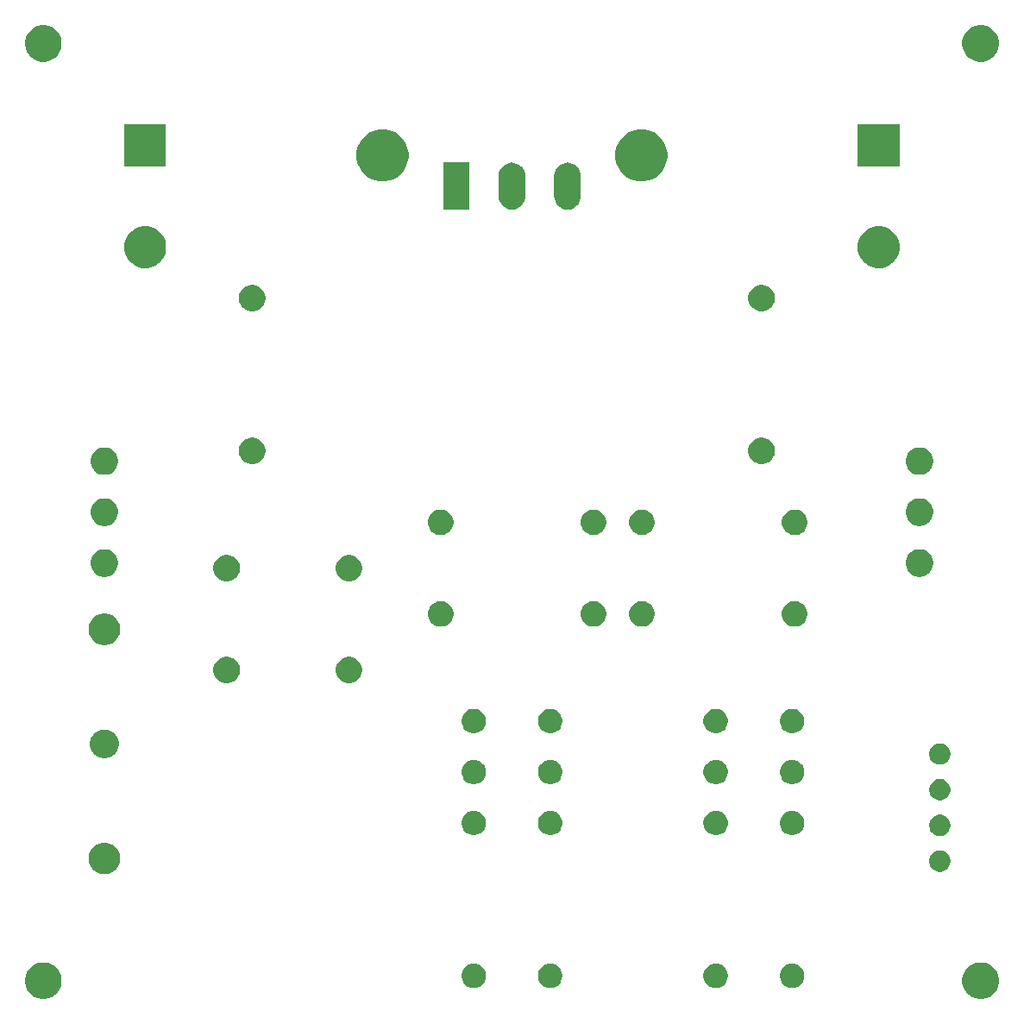
<source format=gbr>
G04 #@! TF.GenerationSoftware,KiCad,Pcbnew,5.0.2-bee76a0~70~ubuntu18.04.1*
G04 #@! TF.CreationDate,2019-01-25T00:46:31-08:00*
G04 #@! TF.ProjectId,power,706f7765-722e-46b6-9963-61645f706362,rev?*
G04 #@! TF.SameCoordinates,Original*
G04 #@! TF.FileFunction,Soldermask,Top*
G04 #@! TF.FilePolarity,Negative*
%FSLAX46Y46*%
G04 Gerber Fmt 4.6, Leading zero omitted, Abs format (unit mm)*
G04 Created by KiCad (PCBNEW 5.0.2-bee76a0~70~ubuntu18.04.1) date Fri 25 Jan 2019 12:46:31 AM PST*
%MOMM*%
%LPD*%
G01*
G04 APERTURE LIST*
%ADD10C,0.100000*%
G04 APERTURE END LIST*
D10*
G36*
X196525331Y-144268211D02*
X196853092Y-144403974D01*
X197148073Y-144601074D01*
X197398926Y-144851927D01*
X197596026Y-145146908D01*
X197731789Y-145474669D01*
X197801000Y-145822616D01*
X197801000Y-146177384D01*
X197731789Y-146525331D01*
X197596026Y-146853092D01*
X197398926Y-147148073D01*
X197148073Y-147398926D01*
X196853092Y-147596026D01*
X196525331Y-147731789D01*
X196177384Y-147801000D01*
X195822616Y-147801000D01*
X195474669Y-147731789D01*
X195146908Y-147596026D01*
X194851927Y-147398926D01*
X194601074Y-147148073D01*
X194403974Y-146853092D01*
X194268211Y-146525331D01*
X194199000Y-146177384D01*
X194199000Y-145822616D01*
X194268211Y-145474669D01*
X194403974Y-145146908D01*
X194601074Y-144851927D01*
X194851927Y-144601074D01*
X195146908Y-144403974D01*
X195474669Y-144268211D01*
X195822616Y-144199000D01*
X196177384Y-144199000D01*
X196525331Y-144268211D01*
X196525331Y-144268211D01*
G37*
G36*
X104525331Y-144268211D02*
X104853092Y-144403974D01*
X105148073Y-144601074D01*
X105398926Y-144851927D01*
X105596026Y-145146908D01*
X105731789Y-145474669D01*
X105801000Y-145822616D01*
X105801000Y-146177384D01*
X105731789Y-146525331D01*
X105596026Y-146853092D01*
X105398926Y-147148073D01*
X105148073Y-147398926D01*
X104853092Y-147596026D01*
X104525331Y-147731789D01*
X104177384Y-147801000D01*
X103822616Y-147801000D01*
X103474669Y-147731789D01*
X103146908Y-147596026D01*
X102851927Y-147398926D01*
X102601074Y-147148073D01*
X102403974Y-146853092D01*
X102268211Y-146525331D01*
X102199000Y-146177384D01*
X102199000Y-145822616D01*
X102268211Y-145474669D01*
X102403974Y-145146908D01*
X102601074Y-144851927D01*
X102851927Y-144601074D01*
X103146908Y-144403974D01*
X103474669Y-144268211D01*
X103822616Y-144199000D01*
X104177384Y-144199000D01*
X104525331Y-144268211D01*
X104525331Y-144268211D01*
G37*
G36*
X154100316Y-144345153D02*
X154100318Y-144345154D01*
X154100319Y-144345154D01*
X154181056Y-144378597D01*
X154318888Y-144435688D01*
X154417576Y-144501629D01*
X154515593Y-144567122D01*
X154682878Y-144734407D01*
X154748371Y-144832424D01*
X154814312Y-144931112D01*
X154904847Y-145149684D01*
X154951000Y-145381710D01*
X154951000Y-145618290D01*
X154904847Y-145850316D01*
X154814312Y-146068888D01*
X154748371Y-146167576D01*
X154682878Y-146265593D01*
X154515593Y-146432878D01*
X154417576Y-146498371D01*
X154318888Y-146564312D01*
X154181056Y-146621403D01*
X154100319Y-146654846D01*
X154100318Y-146654846D01*
X154100316Y-146654847D01*
X153868290Y-146701000D01*
X153631710Y-146701000D01*
X153399684Y-146654847D01*
X153399682Y-146654846D01*
X153399681Y-146654846D01*
X153318944Y-146621403D01*
X153181112Y-146564312D01*
X153082424Y-146498371D01*
X152984407Y-146432878D01*
X152817122Y-146265593D01*
X152751629Y-146167576D01*
X152685688Y-146068888D01*
X152595153Y-145850316D01*
X152549000Y-145618290D01*
X152549000Y-145381710D01*
X152595153Y-145149684D01*
X152685688Y-144931112D01*
X152751629Y-144832424D01*
X152817122Y-144734407D01*
X152984407Y-144567122D01*
X153082424Y-144501629D01*
X153181112Y-144435688D01*
X153318944Y-144378597D01*
X153399681Y-144345154D01*
X153399682Y-144345154D01*
X153399684Y-144345153D01*
X153631710Y-144299000D01*
X153868290Y-144299000D01*
X154100316Y-144345153D01*
X154100316Y-144345153D01*
G37*
G36*
X177850316Y-144345153D02*
X177850318Y-144345154D01*
X177850319Y-144345154D01*
X177931056Y-144378597D01*
X178068888Y-144435688D01*
X178167576Y-144501629D01*
X178265593Y-144567122D01*
X178432878Y-144734407D01*
X178498371Y-144832424D01*
X178564312Y-144931112D01*
X178654847Y-145149684D01*
X178701000Y-145381710D01*
X178701000Y-145618290D01*
X178654847Y-145850316D01*
X178564312Y-146068888D01*
X178498371Y-146167576D01*
X178432878Y-146265593D01*
X178265593Y-146432878D01*
X178167576Y-146498371D01*
X178068888Y-146564312D01*
X177931056Y-146621403D01*
X177850319Y-146654846D01*
X177850318Y-146654846D01*
X177850316Y-146654847D01*
X177618290Y-146701000D01*
X177381710Y-146701000D01*
X177149684Y-146654847D01*
X177149682Y-146654846D01*
X177149681Y-146654846D01*
X177068944Y-146621403D01*
X176931112Y-146564312D01*
X176832424Y-146498371D01*
X176734407Y-146432878D01*
X176567122Y-146265593D01*
X176501629Y-146167576D01*
X176435688Y-146068888D01*
X176345153Y-145850316D01*
X176299000Y-145618290D01*
X176299000Y-145381710D01*
X176345153Y-145149684D01*
X176435688Y-144931112D01*
X176501629Y-144832424D01*
X176567122Y-144734407D01*
X176734407Y-144567122D01*
X176832424Y-144501629D01*
X176931112Y-144435688D01*
X177068944Y-144378597D01*
X177149681Y-144345154D01*
X177149682Y-144345154D01*
X177149684Y-144345153D01*
X177381710Y-144299000D01*
X177618290Y-144299000D01*
X177850316Y-144345153D01*
X177850316Y-144345153D01*
G37*
G36*
X170350316Y-144345153D02*
X170350318Y-144345154D01*
X170350319Y-144345154D01*
X170431056Y-144378597D01*
X170568888Y-144435688D01*
X170667576Y-144501629D01*
X170765593Y-144567122D01*
X170932878Y-144734407D01*
X170998371Y-144832424D01*
X171064312Y-144931112D01*
X171154847Y-145149684D01*
X171201000Y-145381710D01*
X171201000Y-145618290D01*
X171154847Y-145850316D01*
X171064312Y-146068888D01*
X170998371Y-146167576D01*
X170932878Y-146265593D01*
X170765593Y-146432878D01*
X170667576Y-146498371D01*
X170568888Y-146564312D01*
X170431056Y-146621403D01*
X170350319Y-146654846D01*
X170350318Y-146654846D01*
X170350316Y-146654847D01*
X170118290Y-146701000D01*
X169881710Y-146701000D01*
X169649684Y-146654847D01*
X169649682Y-146654846D01*
X169649681Y-146654846D01*
X169568944Y-146621403D01*
X169431112Y-146564312D01*
X169332424Y-146498371D01*
X169234407Y-146432878D01*
X169067122Y-146265593D01*
X169001629Y-146167576D01*
X168935688Y-146068888D01*
X168845153Y-145850316D01*
X168799000Y-145618290D01*
X168799000Y-145381710D01*
X168845153Y-145149684D01*
X168935688Y-144931112D01*
X169001629Y-144832424D01*
X169067122Y-144734407D01*
X169234407Y-144567122D01*
X169332424Y-144501629D01*
X169431112Y-144435688D01*
X169568944Y-144378597D01*
X169649681Y-144345154D01*
X169649682Y-144345154D01*
X169649684Y-144345153D01*
X169881710Y-144299000D01*
X170118290Y-144299000D01*
X170350316Y-144345153D01*
X170350316Y-144345153D01*
G37*
G36*
X146600316Y-144345153D02*
X146600318Y-144345154D01*
X146600319Y-144345154D01*
X146681056Y-144378597D01*
X146818888Y-144435688D01*
X146917576Y-144501629D01*
X147015593Y-144567122D01*
X147182878Y-144734407D01*
X147248371Y-144832424D01*
X147314312Y-144931112D01*
X147404847Y-145149684D01*
X147451000Y-145381710D01*
X147451000Y-145618290D01*
X147404847Y-145850316D01*
X147314312Y-146068888D01*
X147248371Y-146167576D01*
X147182878Y-146265593D01*
X147015593Y-146432878D01*
X146917576Y-146498371D01*
X146818888Y-146564312D01*
X146681056Y-146621403D01*
X146600319Y-146654846D01*
X146600318Y-146654846D01*
X146600316Y-146654847D01*
X146368290Y-146701000D01*
X146131710Y-146701000D01*
X145899684Y-146654847D01*
X145899682Y-146654846D01*
X145899681Y-146654846D01*
X145818944Y-146621403D01*
X145681112Y-146564312D01*
X145582424Y-146498371D01*
X145484407Y-146432878D01*
X145317122Y-146265593D01*
X145251629Y-146167576D01*
X145185688Y-146068888D01*
X145095153Y-145850316D01*
X145049000Y-145618290D01*
X145049000Y-145381710D01*
X145095153Y-145149684D01*
X145185688Y-144931112D01*
X145251629Y-144832424D01*
X145317122Y-144734407D01*
X145484407Y-144567122D01*
X145582424Y-144501629D01*
X145681112Y-144435688D01*
X145818944Y-144378597D01*
X145899681Y-144345154D01*
X145899682Y-144345154D01*
X145899684Y-144345153D01*
X146131710Y-144299000D01*
X146368290Y-144299000D01*
X146600316Y-144345153D01*
X146600316Y-144345153D01*
G37*
G36*
X110352527Y-132488736D02*
X110452410Y-132508604D01*
X110734674Y-132625521D01*
X110988705Y-132795259D01*
X111204741Y-133011295D01*
X111374479Y-133265326D01*
X111491396Y-133547590D01*
X111497848Y-133580027D01*
X111532089Y-133752165D01*
X111551000Y-133847240D01*
X111551000Y-134152760D01*
X111491396Y-134452410D01*
X111374479Y-134734674D01*
X111204741Y-134988705D01*
X110988705Y-135204741D01*
X110734674Y-135374479D01*
X110452410Y-135491396D01*
X110352527Y-135511264D01*
X110152762Y-135551000D01*
X109847238Y-135551000D01*
X109647473Y-135511264D01*
X109547590Y-135491396D01*
X109265326Y-135374479D01*
X109011295Y-135204741D01*
X108795259Y-134988705D01*
X108625521Y-134734674D01*
X108508604Y-134452410D01*
X108449000Y-134152760D01*
X108449000Y-133847240D01*
X108467912Y-133752165D01*
X108502152Y-133580027D01*
X108508604Y-133547590D01*
X108625521Y-133265326D01*
X108795259Y-133011295D01*
X109011295Y-132795259D01*
X109265326Y-132625521D01*
X109547590Y-132508604D01*
X109647473Y-132488736D01*
X109847238Y-132449000D01*
X110152762Y-132449000D01*
X110352527Y-132488736D01*
X110352527Y-132488736D01*
G37*
G36*
X192306565Y-133239389D02*
X192497834Y-133318615D01*
X192669976Y-133433637D01*
X192816363Y-133580024D01*
X192931385Y-133752166D01*
X193010611Y-133943435D01*
X193051000Y-134146484D01*
X193051000Y-134353516D01*
X193010611Y-134556565D01*
X192931385Y-134747834D01*
X192816363Y-134919976D01*
X192669976Y-135066363D01*
X192497834Y-135181385D01*
X192306565Y-135260611D01*
X192103516Y-135301000D01*
X191896484Y-135301000D01*
X191693435Y-135260611D01*
X191502166Y-135181385D01*
X191330024Y-135066363D01*
X191183637Y-134919976D01*
X191068615Y-134747834D01*
X190989389Y-134556565D01*
X190949000Y-134353516D01*
X190949000Y-134146484D01*
X190989389Y-133943435D01*
X191068615Y-133752166D01*
X191183637Y-133580024D01*
X191330024Y-133433637D01*
X191502166Y-133318615D01*
X191693435Y-133239389D01*
X191896484Y-133199000D01*
X192103516Y-133199000D01*
X192306565Y-133239389D01*
X192306565Y-133239389D01*
G37*
G36*
X192306565Y-129739389D02*
X192497834Y-129818615D01*
X192669976Y-129933637D01*
X192816363Y-130080024D01*
X192931385Y-130252166D01*
X193010611Y-130443435D01*
X193051000Y-130646484D01*
X193051000Y-130853516D01*
X193010611Y-131056565D01*
X192931385Y-131247834D01*
X192816363Y-131419976D01*
X192669976Y-131566363D01*
X192497834Y-131681385D01*
X192306565Y-131760611D01*
X192103516Y-131801000D01*
X191896484Y-131801000D01*
X191693435Y-131760611D01*
X191502166Y-131681385D01*
X191330024Y-131566363D01*
X191183637Y-131419976D01*
X191068615Y-131247834D01*
X190989389Y-131056565D01*
X190949000Y-130853516D01*
X190949000Y-130646484D01*
X190989389Y-130443435D01*
X191068615Y-130252166D01*
X191183637Y-130080024D01*
X191330024Y-129933637D01*
X191502166Y-129818615D01*
X191693435Y-129739389D01*
X191896484Y-129699000D01*
X192103516Y-129699000D01*
X192306565Y-129739389D01*
X192306565Y-129739389D01*
G37*
G36*
X154100316Y-129345153D02*
X154100318Y-129345154D01*
X154100319Y-129345154D01*
X154181056Y-129378597D01*
X154318888Y-129435688D01*
X154417576Y-129501629D01*
X154515593Y-129567122D01*
X154682878Y-129734407D01*
X154739144Y-129818615D01*
X154814312Y-129931112D01*
X154904847Y-130149684D01*
X154951000Y-130381710D01*
X154951000Y-130618290D01*
X154945392Y-130646484D01*
X154904846Y-130850319D01*
X154903522Y-130853516D01*
X154814312Y-131068888D01*
X154748371Y-131167576D01*
X154682878Y-131265593D01*
X154515593Y-131432878D01*
X154417576Y-131498371D01*
X154318888Y-131564312D01*
X154181056Y-131621403D01*
X154100319Y-131654846D01*
X154100318Y-131654846D01*
X154100316Y-131654847D01*
X153868290Y-131701000D01*
X153631710Y-131701000D01*
X153399684Y-131654847D01*
X153399682Y-131654846D01*
X153399681Y-131654846D01*
X153318944Y-131621403D01*
X153181112Y-131564312D01*
X153082424Y-131498371D01*
X152984407Y-131432878D01*
X152817122Y-131265593D01*
X152751629Y-131167576D01*
X152685688Y-131068888D01*
X152596478Y-130853516D01*
X152595154Y-130850319D01*
X152554609Y-130646484D01*
X152549000Y-130618290D01*
X152549000Y-130381710D01*
X152595153Y-130149684D01*
X152685688Y-129931112D01*
X152760856Y-129818615D01*
X152817122Y-129734407D01*
X152984407Y-129567122D01*
X153082424Y-129501629D01*
X153181112Y-129435688D01*
X153318944Y-129378597D01*
X153399681Y-129345154D01*
X153399682Y-129345154D01*
X153399684Y-129345153D01*
X153631710Y-129299000D01*
X153868290Y-129299000D01*
X154100316Y-129345153D01*
X154100316Y-129345153D01*
G37*
G36*
X170350316Y-129345153D02*
X170350318Y-129345154D01*
X170350319Y-129345154D01*
X170431056Y-129378597D01*
X170568888Y-129435688D01*
X170667576Y-129501629D01*
X170765593Y-129567122D01*
X170932878Y-129734407D01*
X170989144Y-129818615D01*
X171064312Y-129931112D01*
X171154847Y-130149684D01*
X171201000Y-130381710D01*
X171201000Y-130618290D01*
X171195392Y-130646484D01*
X171154846Y-130850319D01*
X171153522Y-130853516D01*
X171064312Y-131068888D01*
X170998371Y-131167576D01*
X170932878Y-131265593D01*
X170765593Y-131432878D01*
X170667576Y-131498371D01*
X170568888Y-131564312D01*
X170431056Y-131621403D01*
X170350319Y-131654846D01*
X170350318Y-131654846D01*
X170350316Y-131654847D01*
X170118290Y-131701000D01*
X169881710Y-131701000D01*
X169649684Y-131654847D01*
X169649682Y-131654846D01*
X169649681Y-131654846D01*
X169568944Y-131621403D01*
X169431112Y-131564312D01*
X169332424Y-131498371D01*
X169234407Y-131432878D01*
X169067122Y-131265593D01*
X169001629Y-131167576D01*
X168935688Y-131068888D01*
X168846478Y-130853516D01*
X168845154Y-130850319D01*
X168804609Y-130646484D01*
X168799000Y-130618290D01*
X168799000Y-130381710D01*
X168845153Y-130149684D01*
X168935688Y-129931112D01*
X169010856Y-129818615D01*
X169067122Y-129734407D01*
X169234407Y-129567122D01*
X169332424Y-129501629D01*
X169431112Y-129435688D01*
X169568944Y-129378597D01*
X169649681Y-129345154D01*
X169649682Y-129345154D01*
X169649684Y-129345153D01*
X169881710Y-129299000D01*
X170118290Y-129299000D01*
X170350316Y-129345153D01*
X170350316Y-129345153D01*
G37*
G36*
X177850316Y-129345153D02*
X177850318Y-129345154D01*
X177850319Y-129345154D01*
X177931056Y-129378597D01*
X178068888Y-129435688D01*
X178167576Y-129501629D01*
X178265593Y-129567122D01*
X178432878Y-129734407D01*
X178489144Y-129818615D01*
X178564312Y-129931112D01*
X178654847Y-130149684D01*
X178701000Y-130381710D01*
X178701000Y-130618290D01*
X178695392Y-130646484D01*
X178654846Y-130850319D01*
X178653522Y-130853516D01*
X178564312Y-131068888D01*
X178498371Y-131167576D01*
X178432878Y-131265593D01*
X178265593Y-131432878D01*
X178167576Y-131498371D01*
X178068888Y-131564312D01*
X177931056Y-131621403D01*
X177850319Y-131654846D01*
X177850318Y-131654846D01*
X177850316Y-131654847D01*
X177618290Y-131701000D01*
X177381710Y-131701000D01*
X177149684Y-131654847D01*
X177149682Y-131654846D01*
X177149681Y-131654846D01*
X177068944Y-131621403D01*
X176931112Y-131564312D01*
X176832424Y-131498371D01*
X176734407Y-131432878D01*
X176567122Y-131265593D01*
X176501629Y-131167576D01*
X176435688Y-131068888D01*
X176346478Y-130853516D01*
X176345154Y-130850319D01*
X176304609Y-130646484D01*
X176299000Y-130618290D01*
X176299000Y-130381710D01*
X176345153Y-130149684D01*
X176435688Y-129931112D01*
X176510856Y-129818615D01*
X176567122Y-129734407D01*
X176734407Y-129567122D01*
X176832424Y-129501629D01*
X176931112Y-129435688D01*
X177068944Y-129378597D01*
X177149681Y-129345154D01*
X177149682Y-129345154D01*
X177149684Y-129345153D01*
X177381710Y-129299000D01*
X177618290Y-129299000D01*
X177850316Y-129345153D01*
X177850316Y-129345153D01*
G37*
G36*
X146600316Y-129345153D02*
X146600318Y-129345154D01*
X146600319Y-129345154D01*
X146681056Y-129378597D01*
X146818888Y-129435688D01*
X146917576Y-129501629D01*
X147015593Y-129567122D01*
X147182878Y-129734407D01*
X147239144Y-129818615D01*
X147314312Y-129931112D01*
X147404847Y-130149684D01*
X147451000Y-130381710D01*
X147451000Y-130618290D01*
X147445392Y-130646484D01*
X147404846Y-130850319D01*
X147403522Y-130853516D01*
X147314312Y-131068888D01*
X147248371Y-131167576D01*
X147182878Y-131265593D01*
X147015593Y-131432878D01*
X146917576Y-131498371D01*
X146818888Y-131564312D01*
X146681056Y-131621403D01*
X146600319Y-131654846D01*
X146600318Y-131654846D01*
X146600316Y-131654847D01*
X146368290Y-131701000D01*
X146131710Y-131701000D01*
X145899684Y-131654847D01*
X145899682Y-131654846D01*
X145899681Y-131654846D01*
X145818944Y-131621403D01*
X145681112Y-131564312D01*
X145582424Y-131498371D01*
X145484407Y-131432878D01*
X145317122Y-131265593D01*
X145251629Y-131167576D01*
X145185688Y-131068888D01*
X145096478Y-130853516D01*
X145095154Y-130850319D01*
X145054609Y-130646484D01*
X145049000Y-130618290D01*
X145049000Y-130381710D01*
X145095153Y-130149684D01*
X145185688Y-129931112D01*
X145260856Y-129818615D01*
X145317122Y-129734407D01*
X145484407Y-129567122D01*
X145582424Y-129501629D01*
X145681112Y-129435688D01*
X145818944Y-129378597D01*
X145899681Y-129345154D01*
X145899682Y-129345154D01*
X145899684Y-129345153D01*
X146131710Y-129299000D01*
X146368290Y-129299000D01*
X146600316Y-129345153D01*
X146600316Y-129345153D01*
G37*
G36*
X192306565Y-126239389D02*
X192497834Y-126318615D01*
X192669976Y-126433637D01*
X192816363Y-126580024D01*
X192931385Y-126752166D01*
X193010611Y-126943435D01*
X193051000Y-127146484D01*
X193051000Y-127353516D01*
X193010611Y-127556565D01*
X192931385Y-127747834D01*
X192816363Y-127919976D01*
X192669976Y-128066363D01*
X192497834Y-128181385D01*
X192306565Y-128260611D01*
X192103516Y-128301000D01*
X191896484Y-128301000D01*
X191693435Y-128260611D01*
X191502166Y-128181385D01*
X191330024Y-128066363D01*
X191183637Y-127919976D01*
X191068615Y-127747834D01*
X190989389Y-127556565D01*
X190949000Y-127353516D01*
X190949000Y-127146484D01*
X190989389Y-126943435D01*
X191068615Y-126752166D01*
X191183637Y-126580024D01*
X191330024Y-126433637D01*
X191502166Y-126318615D01*
X191693435Y-126239389D01*
X191896484Y-126199000D01*
X192103516Y-126199000D01*
X192306565Y-126239389D01*
X192306565Y-126239389D01*
G37*
G36*
X146600316Y-124345153D02*
X146600318Y-124345154D01*
X146600319Y-124345154D01*
X146681056Y-124378597D01*
X146818888Y-124435688D01*
X146917576Y-124501629D01*
X147015593Y-124567122D01*
X147182878Y-124734407D01*
X147227374Y-124801000D01*
X147314312Y-124931112D01*
X147404847Y-125149684D01*
X147451000Y-125381710D01*
X147451000Y-125618290D01*
X147404847Y-125850316D01*
X147314312Y-126068888D01*
X147248371Y-126167576D01*
X147182878Y-126265593D01*
X147015593Y-126432878D01*
X146917576Y-126498371D01*
X146818888Y-126564312D01*
X146780948Y-126580027D01*
X146600319Y-126654846D01*
X146600318Y-126654846D01*
X146600316Y-126654847D01*
X146368290Y-126701000D01*
X146131710Y-126701000D01*
X145899684Y-126654847D01*
X145899682Y-126654846D01*
X145899681Y-126654846D01*
X145719052Y-126580027D01*
X145681112Y-126564312D01*
X145582424Y-126498371D01*
X145484407Y-126432878D01*
X145317122Y-126265593D01*
X145251629Y-126167576D01*
X145185688Y-126068888D01*
X145095153Y-125850316D01*
X145049000Y-125618290D01*
X145049000Y-125381710D01*
X145095153Y-125149684D01*
X145185688Y-124931112D01*
X145272626Y-124801000D01*
X145317122Y-124734407D01*
X145484407Y-124567122D01*
X145582424Y-124501629D01*
X145681112Y-124435688D01*
X145818944Y-124378597D01*
X145899681Y-124345154D01*
X145899682Y-124345154D01*
X145899684Y-124345153D01*
X146131710Y-124299000D01*
X146368290Y-124299000D01*
X146600316Y-124345153D01*
X146600316Y-124345153D01*
G37*
G36*
X154100316Y-124345153D02*
X154100318Y-124345154D01*
X154100319Y-124345154D01*
X154181056Y-124378597D01*
X154318888Y-124435688D01*
X154417576Y-124501629D01*
X154515593Y-124567122D01*
X154682878Y-124734407D01*
X154727374Y-124801000D01*
X154814312Y-124931112D01*
X154904847Y-125149684D01*
X154951000Y-125381710D01*
X154951000Y-125618290D01*
X154904847Y-125850316D01*
X154814312Y-126068888D01*
X154748371Y-126167576D01*
X154682878Y-126265593D01*
X154515593Y-126432878D01*
X154417576Y-126498371D01*
X154318888Y-126564312D01*
X154280948Y-126580027D01*
X154100319Y-126654846D01*
X154100318Y-126654846D01*
X154100316Y-126654847D01*
X153868290Y-126701000D01*
X153631710Y-126701000D01*
X153399684Y-126654847D01*
X153399682Y-126654846D01*
X153399681Y-126654846D01*
X153219052Y-126580027D01*
X153181112Y-126564312D01*
X153082424Y-126498371D01*
X152984407Y-126432878D01*
X152817122Y-126265593D01*
X152751629Y-126167576D01*
X152685688Y-126068888D01*
X152595153Y-125850316D01*
X152549000Y-125618290D01*
X152549000Y-125381710D01*
X152595153Y-125149684D01*
X152685688Y-124931112D01*
X152772626Y-124801000D01*
X152817122Y-124734407D01*
X152984407Y-124567122D01*
X153082424Y-124501629D01*
X153181112Y-124435688D01*
X153318944Y-124378597D01*
X153399681Y-124345154D01*
X153399682Y-124345154D01*
X153399684Y-124345153D01*
X153631710Y-124299000D01*
X153868290Y-124299000D01*
X154100316Y-124345153D01*
X154100316Y-124345153D01*
G37*
G36*
X177850316Y-124345153D02*
X177850318Y-124345154D01*
X177850319Y-124345154D01*
X177931056Y-124378597D01*
X178068888Y-124435688D01*
X178167576Y-124501629D01*
X178265593Y-124567122D01*
X178432878Y-124734407D01*
X178477374Y-124801000D01*
X178564312Y-124931112D01*
X178654847Y-125149684D01*
X178701000Y-125381710D01*
X178701000Y-125618290D01*
X178654847Y-125850316D01*
X178564312Y-126068888D01*
X178498371Y-126167576D01*
X178432878Y-126265593D01*
X178265593Y-126432878D01*
X178167576Y-126498371D01*
X178068888Y-126564312D01*
X178030948Y-126580027D01*
X177850319Y-126654846D01*
X177850318Y-126654846D01*
X177850316Y-126654847D01*
X177618290Y-126701000D01*
X177381710Y-126701000D01*
X177149684Y-126654847D01*
X177149682Y-126654846D01*
X177149681Y-126654846D01*
X176969052Y-126580027D01*
X176931112Y-126564312D01*
X176832424Y-126498371D01*
X176734407Y-126432878D01*
X176567122Y-126265593D01*
X176501629Y-126167576D01*
X176435688Y-126068888D01*
X176345153Y-125850316D01*
X176299000Y-125618290D01*
X176299000Y-125381710D01*
X176345153Y-125149684D01*
X176435688Y-124931112D01*
X176522626Y-124801000D01*
X176567122Y-124734407D01*
X176734407Y-124567122D01*
X176832424Y-124501629D01*
X176931112Y-124435688D01*
X177068944Y-124378597D01*
X177149681Y-124345154D01*
X177149682Y-124345154D01*
X177149684Y-124345153D01*
X177381710Y-124299000D01*
X177618290Y-124299000D01*
X177850316Y-124345153D01*
X177850316Y-124345153D01*
G37*
G36*
X170350316Y-124345153D02*
X170350318Y-124345154D01*
X170350319Y-124345154D01*
X170431056Y-124378597D01*
X170568888Y-124435688D01*
X170667576Y-124501629D01*
X170765593Y-124567122D01*
X170932878Y-124734407D01*
X170977374Y-124801000D01*
X171064312Y-124931112D01*
X171154847Y-125149684D01*
X171201000Y-125381710D01*
X171201000Y-125618290D01*
X171154847Y-125850316D01*
X171064312Y-126068888D01*
X170998371Y-126167576D01*
X170932878Y-126265593D01*
X170765593Y-126432878D01*
X170667576Y-126498371D01*
X170568888Y-126564312D01*
X170530948Y-126580027D01*
X170350319Y-126654846D01*
X170350318Y-126654846D01*
X170350316Y-126654847D01*
X170118290Y-126701000D01*
X169881710Y-126701000D01*
X169649684Y-126654847D01*
X169649682Y-126654846D01*
X169649681Y-126654846D01*
X169469052Y-126580027D01*
X169431112Y-126564312D01*
X169332424Y-126498371D01*
X169234407Y-126432878D01*
X169067122Y-126265593D01*
X169001629Y-126167576D01*
X168935688Y-126068888D01*
X168845153Y-125850316D01*
X168799000Y-125618290D01*
X168799000Y-125381710D01*
X168845153Y-125149684D01*
X168935688Y-124931112D01*
X169022626Y-124801000D01*
X169067122Y-124734407D01*
X169234407Y-124567122D01*
X169332424Y-124501629D01*
X169431112Y-124435688D01*
X169568944Y-124378597D01*
X169649681Y-124345154D01*
X169649682Y-124345154D01*
X169649684Y-124345153D01*
X169881710Y-124299000D01*
X170118290Y-124299000D01*
X170350316Y-124345153D01*
X170350316Y-124345153D01*
G37*
G36*
X192306565Y-122739389D02*
X192497834Y-122818615D01*
X192669976Y-122933637D01*
X192816363Y-123080024D01*
X192931385Y-123252166D01*
X193010611Y-123443435D01*
X193051000Y-123646484D01*
X193051000Y-123853516D01*
X193010611Y-124056565D01*
X192931385Y-124247834D01*
X192816363Y-124419976D01*
X192669976Y-124566363D01*
X192497834Y-124681385D01*
X192306565Y-124760611D01*
X192103516Y-124801000D01*
X191896484Y-124801000D01*
X191693435Y-124760611D01*
X191502166Y-124681385D01*
X191330024Y-124566363D01*
X191183637Y-124419976D01*
X191068615Y-124247834D01*
X190989389Y-124056565D01*
X190949000Y-123853516D01*
X190949000Y-123646484D01*
X190989389Y-123443435D01*
X191068615Y-123252166D01*
X191183637Y-123080024D01*
X191330024Y-122933637D01*
X191502166Y-122818615D01*
X191693435Y-122739389D01*
X191896484Y-122699000D01*
X192103516Y-122699000D01*
X192306565Y-122739389D01*
X192306565Y-122739389D01*
G37*
G36*
X110318433Y-121384893D02*
X110408657Y-121402839D01*
X110481172Y-121432876D01*
X110663621Y-121508449D01*
X110893089Y-121661774D01*
X111088226Y-121856911D01*
X111241551Y-122086379D01*
X111347161Y-122341344D01*
X111401000Y-122612012D01*
X111401000Y-122887988D01*
X111347161Y-123158656D01*
X111241551Y-123413621D01*
X111088226Y-123643089D01*
X110893089Y-123838226D01*
X110663621Y-123991551D01*
X110514267Y-124053415D01*
X110408657Y-124097161D01*
X110318433Y-124115107D01*
X110137988Y-124151000D01*
X109862012Y-124151000D01*
X109681567Y-124115107D01*
X109591343Y-124097161D01*
X109485733Y-124053415D01*
X109336379Y-123991551D01*
X109106911Y-123838226D01*
X108911774Y-123643089D01*
X108758449Y-123413621D01*
X108652839Y-123158656D01*
X108599000Y-122887988D01*
X108599000Y-122612012D01*
X108652839Y-122341344D01*
X108758449Y-122086379D01*
X108911774Y-121856911D01*
X109106911Y-121661774D01*
X109336379Y-121508449D01*
X109518828Y-121432876D01*
X109591343Y-121402839D01*
X109681567Y-121384893D01*
X109862012Y-121349000D01*
X110137988Y-121349000D01*
X110318433Y-121384893D01*
X110318433Y-121384893D01*
G37*
G36*
X170350316Y-119345153D02*
X170350318Y-119345154D01*
X170350319Y-119345154D01*
X170431056Y-119378597D01*
X170568888Y-119435688D01*
X170667576Y-119501629D01*
X170765593Y-119567122D01*
X170932878Y-119734407D01*
X170998371Y-119832424D01*
X171064312Y-119931112D01*
X171154847Y-120149684D01*
X171201000Y-120381710D01*
X171201000Y-120618290D01*
X171154847Y-120850316D01*
X171064312Y-121068888D01*
X170998371Y-121167576D01*
X170932878Y-121265593D01*
X170765593Y-121432878D01*
X170667576Y-121498371D01*
X170568888Y-121564312D01*
X170431056Y-121621403D01*
X170350319Y-121654846D01*
X170350318Y-121654846D01*
X170350316Y-121654847D01*
X170118290Y-121701000D01*
X169881710Y-121701000D01*
X169649684Y-121654847D01*
X169649682Y-121654846D01*
X169649681Y-121654846D01*
X169568944Y-121621403D01*
X169431112Y-121564312D01*
X169332424Y-121498371D01*
X169234407Y-121432878D01*
X169067122Y-121265593D01*
X169001629Y-121167576D01*
X168935688Y-121068888D01*
X168845153Y-120850316D01*
X168799000Y-120618290D01*
X168799000Y-120381710D01*
X168845153Y-120149684D01*
X168935688Y-119931112D01*
X169001629Y-119832424D01*
X169067122Y-119734407D01*
X169234407Y-119567122D01*
X169332424Y-119501629D01*
X169431112Y-119435688D01*
X169568944Y-119378597D01*
X169649681Y-119345154D01*
X169649682Y-119345154D01*
X169649684Y-119345153D01*
X169881710Y-119299000D01*
X170118290Y-119299000D01*
X170350316Y-119345153D01*
X170350316Y-119345153D01*
G37*
G36*
X154100316Y-119345153D02*
X154100318Y-119345154D01*
X154100319Y-119345154D01*
X154181056Y-119378597D01*
X154318888Y-119435688D01*
X154417576Y-119501629D01*
X154515593Y-119567122D01*
X154682878Y-119734407D01*
X154748371Y-119832424D01*
X154814312Y-119931112D01*
X154904847Y-120149684D01*
X154951000Y-120381710D01*
X154951000Y-120618290D01*
X154904847Y-120850316D01*
X154814312Y-121068888D01*
X154748371Y-121167576D01*
X154682878Y-121265593D01*
X154515593Y-121432878D01*
X154417576Y-121498371D01*
X154318888Y-121564312D01*
X154181056Y-121621403D01*
X154100319Y-121654846D01*
X154100318Y-121654846D01*
X154100316Y-121654847D01*
X153868290Y-121701000D01*
X153631710Y-121701000D01*
X153399684Y-121654847D01*
X153399682Y-121654846D01*
X153399681Y-121654846D01*
X153318944Y-121621403D01*
X153181112Y-121564312D01*
X153082424Y-121498371D01*
X152984407Y-121432878D01*
X152817122Y-121265593D01*
X152751629Y-121167576D01*
X152685688Y-121068888D01*
X152595153Y-120850316D01*
X152549000Y-120618290D01*
X152549000Y-120381710D01*
X152595153Y-120149684D01*
X152685688Y-119931112D01*
X152751629Y-119832424D01*
X152817122Y-119734407D01*
X152984407Y-119567122D01*
X153082424Y-119501629D01*
X153181112Y-119435688D01*
X153318944Y-119378597D01*
X153399681Y-119345154D01*
X153399682Y-119345154D01*
X153399684Y-119345153D01*
X153631710Y-119299000D01*
X153868290Y-119299000D01*
X154100316Y-119345153D01*
X154100316Y-119345153D01*
G37*
G36*
X146600316Y-119345153D02*
X146600318Y-119345154D01*
X146600319Y-119345154D01*
X146681056Y-119378597D01*
X146818888Y-119435688D01*
X146917576Y-119501629D01*
X147015593Y-119567122D01*
X147182878Y-119734407D01*
X147248371Y-119832424D01*
X147314312Y-119931112D01*
X147404847Y-120149684D01*
X147451000Y-120381710D01*
X147451000Y-120618290D01*
X147404847Y-120850316D01*
X147314312Y-121068888D01*
X147248371Y-121167576D01*
X147182878Y-121265593D01*
X147015593Y-121432878D01*
X146917576Y-121498371D01*
X146818888Y-121564312D01*
X146681056Y-121621403D01*
X146600319Y-121654846D01*
X146600318Y-121654846D01*
X146600316Y-121654847D01*
X146368290Y-121701000D01*
X146131710Y-121701000D01*
X145899684Y-121654847D01*
X145899682Y-121654846D01*
X145899681Y-121654846D01*
X145818944Y-121621403D01*
X145681112Y-121564312D01*
X145582424Y-121498371D01*
X145484407Y-121432878D01*
X145317122Y-121265593D01*
X145251629Y-121167576D01*
X145185688Y-121068888D01*
X145095153Y-120850316D01*
X145049000Y-120618290D01*
X145049000Y-120381710D01*
X145095153Y-120149684D01*
X145185688Y-119931112D01*
X145251629Y-119832424D01*
X145317122Y-119734407D01*
X145484407Y-119567122D01*
X145582424Y-119501629D01*
X145681112Y-119435688D01*
X145818944Y-119378597D01*
X145899681Y-119345154D01*
X145899682Y-119345154D01*
X145899684Y-119345153D01*
X146131710Y-119299000D01*
X146368290Y-119299000D01*
X146600316Y-119345153D01*
X146600316Y-119345153D01*
G37*
G36*
X177850316Y-119345153D02*
X177850318Y-119345154D01*
X177850319Y-119345154D01*
X177931056Y-119378597D01*
X178068888Y-119435688D01*
X178167576Y-119501629D01*
X178265593Y-119567122D01*
X178432878Y-119734407D01*
X178498371Y-119832424D01*
X178564312Y-119931112D01*
X178654847Y-120149684D01*
X178701000Y-120381710D01*
X178701000Y-120618290D01*
X178654847Y-120850316D01*
X178564312Y-121068888D01*
X178498371Y-121167576D01*
X178432878Y-121265593D01*
X178265593Y-121432878D01*
X178167576Y-121498371D01*
X178068888Y-121564312D01*
X177931056Y-121621403D01*
X177850319Y-121654846D01*
X177850318Y-121654846D01*
X177850316Y-121654847D01*
X177618290Y-121701000D01*
X177381710Y-121701000D01*
X177149684Y-121654847D01*
X177149682Y-121654846D01*
X177149681Y-121654846D01*
X177068944Y-121621403D01*
X176931112Y-121564312D01*
X176832424Y-121498371D01*
X176734407Y-121432878D01*
X176567122Y-121265593D01*
X176501629Y-121167576D01*
X176435688Y-121068888D01*
X176345153Y-120850316D01*
X176299000Y-120618290D01*
X176299000Y-120381710D01*
X176345153Y-120149684D01*
X176435688Y-119931112D01*
X176501629Y-119832424D01*
X176567122Y-119734407D01*
X176734407Y-119567122D01*
X176832424Y-119501629D01*
X176931112Y-119435688D01*
X177068944Y-119378597D01*
X177149681Y-119345154D01*
X177149682Y-119345154D01*
X177149684Y-119345153D01*
X177381710Y-119299000D01*
X177618290Y-119299000D01*
X177850316Y-119345153D01*
X177850316Y-119345153D01*
G37*
G36*
X134379485Y-114248996D02*
X134379487Y-114248997D01*
X134379488Y-114248997D01*
X134616255Y-114347069D01*
X134829342Y-114489449D01*
X135010551Y-114670658D01*
X135152931Y-114883745D01*
X135251004Y-115120515D01*
X135301000Y-115371861D01*
X135301000Y-115628139D01*
X135251004Y-115879485D01*
X135152931Y-116116255D01*
X135010551Y-116329342D01*
X134829342Y-116510551D01*
X134829339Y-116510553D01*
X134616255Y-116652931D01*
X134379488Y-116751003D01*
X134379487Y-116751003D01*
X134379485Y-116751004D01*
X134128139Y-116801000D01*
X133871861Y-116801000D01*
X133620515Y-116751004D01*
X133620513Y-116751003D01*
X133620512Y-116751003D01*
X133383745Y-116652931D01*
X133170661Y-116510553D01*
X133170658Y-116510551D01*
X132989449Y-116329342D01*
X132847069Y-116116255D01*
X132748996Y-115879485D01*
X132699000Y-115628139D01*
X132699000Y-115371861D01*
X132748996Y-115120515D01*
X132847069Y-114883745D01*
X132989449Y-114670658D01*
X133170658Y-114489449D01*
X133383745Y-114347069D01*
X133620512Y-114248997D01*
X133620513Y-114248997D01*
X133620515Y-114248996D01*
X133871861Y-114199000D01*
X134128139Y-114199000D01*
X134379485Y-114248996D01*
X134379485Y-114248996D01*
G37*
G36*
X122379485Y-114248996D02*
X122379487Y-114248997D01*
X122379488Y-114248997D01*
X122616255Y-114347069D01*
X122829342Y-114489449D01*
X123010551Y-114670658D01*
X123152931Y-114883745D01*
X123251004Y-115120515D01*
X123301000Y-115371861D01*
X123301000Y-115628139D01*
X123251004Y-115879485D01*
X123152931Y-116116255D01*
X123010551Y-116329342D01*
X122829342Y-116510551D01*
X122829339Y-116510553D01*
X122616255Y-116652931D01*
X122379488Y-116751003D01*
X122379487Y-116751003D01*
X122379485Y-116751004D01*
X122128139Y-116801000D01*
X121871861Y-116801000D01*
X121620515Y-116751004D01*
X121620513Y-116751003D01*
X121620512Y-116751003D01*
X121383745Y-116652931D01*
X121170661Y-116510553D01*
X121170658Y-116510551D01*
X120989449Y-116329342D01*
X120847069Y-116116255D01*
X120748996Y-115879485D01*
X120699000Y-115628139D01*
X120699000Y-115371861D01*
X120748996Y-115120515D01*
X120847069Y-114883745D01*
X120989449Y-114670658D01*
X121170658Y-114489449D01*
X121383745Y-114347069D01*
X121620512Y-114248997D01*
X121620513Y-114248997D01*
X121620515Y-114248996D01*
X121871861Y-114199000D01*
X122128139Y-114199000D01*
X122379485Y-114248996D01*
X122379485Y-114248996D01*
G37*
G36*
X110352527Y-109988736D02*
X110452410Y-110008604D01*
X110734674Y-110125521D01*
X110988705Y-110295259D01*
X111204741Y-110511295D01*
X111374479Y-110765326D01*
X111491396Y-111047590D01*
X111551000Y-111347240D01*
X111551000Y-111652760D01*
X111491396Y-111952410D01*
X111374479Y-112234674D01*
X111204741Y-112488705D01*
X110988705Y-112704741D01*
X110734674Y-112874479D01*
X110452410Y-112991396D01*
X110352527Y-113011264D01*
X110152762Y-113051000D01*
X109847238Y-113051000D01*
X109647473Y-113011264D01*
X109547590Y-112991396D01*
X109265326Y-112874479D01*
X109011295Y-112704741D01*
X108795259Y-112488705D01*
X108625521Y-112234674D01*
X108508604Y-111952410D01*
X108449000Y-111652760D01*
X108449000Y-111347240D01*
X108508604Y-111047590D01*
X108625521Y-110765326D01*
X108795259Y-110511295D01*
X109011295Y-110295259D01*
X109265326Y-110125521D01*
X109547590Y-110008604D01*
X109647473Y-109988736D01*
X109847238Y-109949000D01*
X110152762Y-109949000D01*
X110352527Y-109988736D01*
X110352527Y-109988736D01*
G37*
G36*
X158183636Y-108761019D02*
X158364903Y-108797075D01*
X158592571Y-108891378D01*
X158796542Y-109027668D01*
X158797469Y-109028287D01*
X158971713Y-109202531D01*
X158971715Y-109202534D01*
X159108622Y-109407429D01*
X159202925Y-109635097D01*
X159251000Y-109876787D01*
X159251000Y-110123213D01*
X159202925Y-110364903D01*
X159108622Y-110592571D01*
X158993190Y-110765326D01*
X158971713Y-110797469D01*
X158797469Y-110971713D01*
X158797466Y-110971715D01*
X158592571Y-111108622D01*
X158364903Y-111202925D01*
X158183636Y-111238981D01*
X158123214Y-111251000D01*
X157876786Y-111251000D01*
X157816364Y-111238981D01*
X157635097Y-111202925D01*
X157407429Y-111108622D01*
X157202534Y-110971715D01*
X157202531Y-110971713D01*
X157028287Y-110797469D01*
X157006810Y-110765326D01*
X156891378Y-110592571D01*
X156797075Y-110364903D01*
X156749000Y-110123213D01*
X156749000Y-109876787D01*
X156797075Y-109635097D01*
X156891378Y-109407429D01*
X157028285Y-109202534D01*
X157028287Y-109202531D01*
X157202531Y-109028287D01*
X157203458Y-109027668D01*
X157407429Y-108891378D01*
X157635097Y-108797075D01*
X157816364Y-108761019D01*
X157876786Y-108749000D01*
X158123214Y-108749000D01*
X158183636Y-108761019D01*
X158183636Y-108761019D01*
G37*
G36*
X143183636Y-108761019D02*
X143364903Y-108797075D01*
X143592571Y-108891378D01*
X143796542Y-109027668D01*
X143797469Y-109028287D01*
X143971713Y-109202531D01*
X143971715Y-109202534D01*
X144108622Y-109407429D01*
X144202925Y-109635097D01*
X144251000Y-109876787D01*
X144251000Y-110123213D01*
X144202925Y-110364903D01*
X144108622Y-110592571D01*
X143993190Y-110765326D01*
X143971713Y-110797469D01*
X143797469Y-110971713D01*
X143797466Y-110971715D01*
X143592571Y-111108622D01*
X143364903Y-111202925D01*
X143183636Y-111238981D01*
X143123214Y-111251000D01*
X142876786Y-111251000D01*
X142816364Y-111238981D01*
X142635097Y-111202925D01*
X142407429Y-111108622D01*
X142202534Y-110971715D01*
X142202531Y-110971713D01*
X142028287Y-110797469D01*
X142006810Y-110765326D01*
X141891378Y-110592571D01*
X141797075Y-110364903D01*
X141749000Y-110123213D01*
X141749000Y-109876787D01*
X141797075Y-109635097D01*
X141891378Y-109407429D01*
X142028285Y-109202534D01*
X142028287Y-109202531D01*
X142202531Y-109028287D01*
X142203458Y-109027668D01*
X142407429Y-108891378D01*
X142635097Y-108797075D01*
X142816364Y-108761019D01*
X142876786Y-108749000D01*
X143123214Y-108749000D01*
X143183636Y-108761019D01*
X143183636Y-108761019D01*
G37*
G36*
X177933636Y-108761019D02*
X178114903Y-108797075D01*
X178342571Y-108891378D01*
X178546542Y-109027668D01*
X178547469Y-109028287D01*
X178721713Y-109202531D01*
X178721715Y-109202534D01*
X178858622Y-109407429D01*
X178952925Y-109635097D01*
X179001000Y-109876787D01*
X179001000Y-110123213D01*
X178952925Y-110364903D01*
X178858622Y-110592571D01*
X178743190Y-110765326D01*
X178721713Y-110797469D01*
X178547469Y-110971713D01*
X178547466Y-110971715D01*
X178342571Y-111108622D01*
X178114903Y-111202925D01*
X177933636Y-111238981D01*
X177873214Y-111251000D01*
X177626786Y-111251000D01*
X177566364Y-111238981D01*
X177385097Y-111202925D01*
X177157429Y-111108622D01*
X176952534Y-110971715D01*
X176952531Y-110971713D01*
X176778287Y-110797469D01*
X176756810Y-110765326D01*
X176641378Y-110592571D01*
X176547075Y-110364903D01*
X176499000Y-110123213D01*
X176499000Y-109876787D01*
X176547075Y-109635097D01*
X176641378Y-109407429D01*
X176778285Y-109202534D01*
X176778287Y-109202531D01*
X176952531Y-109028287D01*
X176953458Y-109027668D01*
X177157429Y-108891378D01*
X177385097Y-108797075D01*
X177566364Y-108761019D01*
X177626786Y-108749000D01*
X177873214Y-108749000D01*
X177933636Y-108761019D01*
X177933636Y-108761019D01*
G37*
G36*
X162933636Y-108761019D02*
X163114903Y-108797075D01*
X163342571Y-108891378D01*
X163546542Y-109027668D01*
X163547469Y-109028287D01*
X163721713Y-109202531D01*
X163721715Y-109202534D01*
X163858622Y-109407429D01*
X163952925Y-109635097D01*
X164001000Y-109876787D01*
X164001000Y-110123213D01*
X163952925Y-110364903D01*
X163858622Y-110592571D01*
X163743190Y-110765326D01*
X163721713Y-110797469D01*
X163547469Y-110971713D01*
X163547466Y-110971715D01*
X163342571Y-111108622D01*
X163114903Y-111202925D01*
X162933636Y-111238981D01*
X162873214Y-111251000D01*
X162626786Y-111251000D01*
X162566364Y-111238981D01*
X162385097Y-111202925D01*
X162157429Y-111108622D01*
X161952534Y-110971715D01*
X161952531Y-110971713D01*
X161778287Y-110797469D01*
X161756810Y-110765326D01*
X161641378Y-110592571D01*
X161547075Y-110364903D01*
X161499000Y-110123213D01*
X161499000Y-109876787D01*
X161547075Y-109635097D01*
X161641378Y-109407429D01*
X161778285Y-109202534D01*
X161778287Y-109202531D01*
X161952531Y-109028287D01*
X161953458Y-109027668D01*
X162157429Y-108891378D01*
X162385097Y-108797075D01*
X162566364Y-108761019D01*
X162626786Y-108749000D01*
X162873214Y-108749000D01*
X162933636Y-108761019D01*
X162933636Y-108761019D01*
G37*
G36*
X134379485Y-104248996D02*
X134379487Y-104248997D01*
X134379488Y-104248997D01*
X134616255Y-104347069D01*
X134829342Y-104489449D01*
X135010551Y-104670658D01*
X135152931Y-104883745D01*
X135251004Y-105120515D01*
X135301000Y-105371861D01*
X135301000Y-105628139D01*
X135251004Y-105879485D01*
X135152931Y-106116255D01*
X135010551Y-106329342D01*
X134829342Y-106510551D01*
X134829339Y-106510553D01*
X134616255Y-106652931D01*
X134379488Y-106751003D01*
X134379487Y-106751003D01*
X134379485Y-106751004D01*
X134128139Y-106801000D01*
X133871861Y-106801000D01*
X133620515Y-106751004D01*
X133620513Y-106751003D01*
X133620512Y-106751003D01*
X133383745Y-106652931D01*
X133170661Y-106510553D01*
X133170658Y-106510551D01*
X132989449Y-106329342D01*
X132847069Y-106116255D01*
X132748996Y-105879485D01*
X132699000Y-105628139D01*
X132699000Y-105371861D01*
X132748996Y-105120515D01*
X132847069Y-104883745D01*
X132989449Y-104670658D01*
X133170658Y-104489449D01*
X133383745Y-104347069D01*
X133620512Y-104248997D01*
X133620513Y-104248997D01*
X133620515Y-104248996D01*
X133871861Y-104199000D01*
X134128139Y-104199000D01*
X134379485Y-104248996D01*
X134379485Y-104248996D01*
G37*
G36*
X122379485Y-104248996D02*
X122379487Y-104248997D01*
X122379488Y-104248997D01*
X122616255Y-104347069D01*
X122829342Y-104489449D01*
X123010551Y-104670658D01*
X123152931Y-104883745D01*
X123251004Y-105120515D01*
X123301000Y-105371861D01*
X123301000Y-105628139D01*
X123251004Y-105879485D01*
X123152931Y-106116255D01*
X123010551Y-106329342D01*
X122829342Y-106510551D01*
X122829339Y-106510553D01*
X122616255Y-106652931D01*
X122379488Y-106751003D01*
X122379487Y-106751003D01*
X122379485Y-106751004D01*
X122128139Y-106801000D01*
X121871861Y-106801000D01*
X121620515Y-106751004D01*
X121620513Y-106751003D01*
X121620512Y-106751003D01*
X121383745Y-106652931D01*
X121170661Y-106510553D01*
X121170658Y-106510551D01*
X120989449Y-106329342D01*
X120847069Y-106116255D01*
X120748996Y-105879485D01*
X120699000Y-105628139D01*
X120699000Y-105371861D01*
X120748996Y-105120515D01*
X120847069Y-104883745D01*
X120989449Y-104670658D01*
X121170658Y-104489449D01*
X121383745Y-104347069D01*
X121620512Y-104248997D01*
X121620513Y-104248997D01*
X121620515Y-104248996D01*
X121871861Y-104199000D01*
X122128139Y-104199000D01*
X122379485Y-104248996D01*
X122379485Y-104248996D01*
G37*
G36*
X110263567Y-103674959D02*
X110394072Y-103700918D01*
X110639939Y-103802759D01*
X110860464Y-103950110D01*
X110861215Y-103950612D01*
X111049388Y-104138785D01*
X111049390Y-104138788D01*
X111197241Y-104360061D01*
X111299082Y-104605928D01*
X111351000Y-104866938D01*
X111351000Y-105133062D01*
X111299082Y-105394072D01*
X111197241Y-105639939D01*
X111049890Y-105860464D01*
X111049388Y-105861215D01*
X110861215Y-106049388D01*
X110861212Y-106049390D01*
X110639939Y-106197241D01*
X110394072Y-106299082D01*
X110263567Y-106325041D01*
X110133063Y-106351000D01*
X109866937Y-106351000D01*
X109736433Y-106325041D01*
X109605928Y-106299082D01*
X109360061Y-106197241D01*
X109138788Y-106049390D01*
X109138785Y-106049388D01*
X108950612Y-105861215D01*
X108950110Y-105860464D01*
X108802759Y-105639939D01*
X108700918Y-105394072D01*
X108649000Y-105133062D01*
X108649000Y-104866938D01*
X108700918Y-104605928D01*
X108802759Y-104360061D01*
X108950610Y-104138788D01*
X108950612Y-104138785D01*
X109138785Y-103950612D01*
X109139536Y-103950110D01*
X109360061Y-103802759D01*
X109605928Y-103700918D01*
X109736433Y-103674959D01*
X109866937Y-103649000D01*
X110133063Y-103649000D01*
X110263567Y-103674959D01*
X110263567Y-103674959D01*
G37*
G36*
X190263567Y-103674959D02*
X190394072Y-103700918D01*
X190639939Y-103802759D01*
X190860464Y-103950110D01*
X190861215Y-103950612D01*
X191049388Y-104138785D01*
X191049390Y-104138788D01*
X191197241Y-104360061D01*
X191299082Y-104605928D01*
X191351000Y-104866938D01*
X191351000Y-105133062D01*
X191299082Y-105394072D01*
X191197241Y-105639939D01*
X191049890Y-105860464D01*
X191049388Y-105861215D01*
X190861215Y-106049388D01*
X190861212Y-106049390D01*
X190639939Y-106197241D01*
X190394072Y-106299082D01*
X190263567Y-106325041D01*
X190133063Y-106351000D01*
X189866937Y-106351000D01*
X189736433Y-106325041D01*
X189605928Y-106299082D01*
X189360061Y-106197241D01*
X189138788Y-106049390D01*
X189138785Y-106049388D01*
X188950612Y-105861215D01*
X188950110Y-105860464D01*
X188802759Y-105639939D01*
X188700918Y-105394072D01*
X188649000Y-105133062D01*
X188649000Y-104866938D01*
X188700918Y-104605928D01*
X188802759Y-104360061D01*
X188950610Y-104138788D01*
X188950612Y-104138785D01*
X189138785Y-103950612D01*
X189139536Y-103950110D01*
X189360061Y-103802759D01*
X189605928Y-103700918D01*
X189736433Y-103674959D01*
X189866937Y-103649000D01*
X190133063Y-103649000D01*
X190263567Y-103674959D01*
X190263567Y-103674959D01*
G37*
G36*
X158183636Y-99761019D02*
X158364903Y-99797075D01*
X158592571Y-99891378D01*
X158796542Y-100027668D01*
X158797469Y-100028287D01*
X158971713Y-100202531D01*
X158971715Y-100202534D01*
X159108622Y-100407429D01*
X159202925Y-100635097D01*
X159251000Y-100876787D01*
X159251000Y-101123213D01*
X159202925Y-101364903D01*
X159108622Y-101592571D01*
X158972332Y-101796542D01*
X158971713Y-101797469D01*
X158797469Y-101971713D01*
X158797466Y-101971715D01*
X158592571Y-102108622D01*
X158364903Y-102202925D01*
X158183635Y-102238981D01*
X158123214Y-102251000D01*
X157876786Y-102251000D01*
X157816365Y-102238981D01*
X157635097Y-102202925D01*
X157407429Y-102108622D01*
X157202534Y-101971715D01*
X157202531Y-101971713D01*
X157028287Y-101797469D01*
X157027668Y-101796542D01*
X156891378Y-101592571D01*
X156797075Y-101364903D01*
X156749000Y-101123213D01*
X156749000Y-100876787D01*
X156797075Y-100635097D01*
X156891378Y-100407429D01*
X157028285Y-100202534D01*
X157028287Y-100202531D01*
X157202531Y-100028287D01*
X157203458Y-100027668D01*
X157407429Y-99891378D01*
X157635097Y-99797075D01*
X157816365Y-99761019D01*
X157876786Y-99749000D01*
X158123214Y-99749000D01*
X158183636Y-99761019D01*
X158183636Y-99761019D01*
G37*
G36*
X143183636Y-99761019D02*
X143364903Y-99797075D01*
X143592571Y-99891378D01*
X143796542Y-100027668D01*
X143797469Y-100028287D01*
X143971713Y-100202531D01*
X143971715Y-100202534D01*
X144108622Y-100407429D01*
X144202925Y-100635097D01*
X144251000Y-100876787D01*
X144251000Y-101123213D01*
X144202925Y-101364903D01*
X144108622Y-101592571D01*
X143972332Y-101796542D01*
X143971713Y-101797469D01*
X143797469Y-101971713D01*
X143797466Y-101971715D01*
X143592571Y-102108622D01*
X143364903Y-102202925D01*
X143183635Y-102238981D01*
X143123214Y-102251000D01*
X142876786Y-102251000D01*
X142816365Y-102238981D01*
X142635097Y-102202925D01*
X142407429Y-102108622D01*
X142202534Y-101971715D01*
X142202531Y-101971713D01*
X142028287Y-101797469D01*
X142027668Y-101796542D01*
X141891378Y-101592571D01*
X141797075Y-101364903D01*
X141749000Y-101123213D01*
X141749000Y-100876787D01*
X141797075Y-100635097D01*
X141891378Y-100407429D01*
X142028285Y-100202534D01*
X142028287Y-100202531D01*
X142202531Y-100028287D01*
X142203458Y-100027668D01*
X142407429Y-99891378D01*
X142635097Y-99797075D01*
X142816365Y-99761019D01*
X142876786Y-99749000D01*
X143123214Y-99749000D01*
X143183636Y-99761019D01*
X143183636Y-99761019D01*
G37*
G36*
X162933636Y-99761019D02*
X163114903Y-99797075D01*
X163342571Y-99891378D01*
X163546542Y-100027668D01*
X163547469Y-100028287D01*
X163721713Y-100202531D01*
X163721715Y-100202534D01*
X163858622Y-100407429D01*
X163952925Y-100635097D01*
X164001000Y-100876787D01*
X164001000Y-101123213D01*
X163952925Y-101364903D01*
X163858622Y-101592571D01*
X163722332Y-101796542D01*
X163721713Y-101797469D01*
X163547469Y-101971713D01*
X163547466Y-101971715D01*
X163342571Y-102108622D01*
X163114903Y-102202925D01*
X162933635Y-102238981D01*
X162873214Y-102251000D01*
X162626786Y-102251000D01*
X162566365Y-102238981D01*
X162385097Y-102202925D01*
X162157429Y-102108622D01*
X161952534Y-101971715D01*
X161952531Y-101971713D01*
X161778287Y-101797469D01*
X161777668Y-101796542D01*
X161641378Y-101592571D01*
X161547075Y-101364903D01*
X161499000Y-101123213D01*
X161499000Y-100876787D01*
X161547075Y-100635097D01*
X161641378Y-100407429D01*
X161778285Y-100202534D01*
X161778287Y-100202531D01*
X161952531Y-100028287D01*
X161953458Y-100027668D01*
X162157429Y-99891378D01*
X162385097Y-99797075D01*
X162566365Y-99761019D01*
X162626786Y-99749000D01*
X162873214Y-99749000D01*
X162933636Y-99761019D01*
X162933636Y-99761019D01*
G37*
G36*
X177933636Y-99761019D02*
X178114903Y-99797075D01*
X178342571Y-99891378D01*
X178546542Y-100027668D01*
X178547469Y-100028287D01*
X178721713Y-100202531D01*
X178721715Y-100202534D01*
X178858622Y-100407429D01*
X178952925Y-100635097D01*
X179001000Y-100876787D01*
X179001000Y-101123213D01*
X178952925Y-101364903D01*
X178858622Y-101592571D01*
X178722332Y-101796542D01*
X178721713Y-101797469D01*
X178547469Y-101971713D01*
X178547466Y-101971715D01*
X178342571Y-102108622D01*
X178114903Y-102202925D01*
X177933635Y-102238981D01*
X177873214Y-102251000D01*
X177626786Y-102251000D01*
X177566365Y-102238981D01*
X177385097Y-102202925D01*
X177157429Y-102108622D01*
X176952534Y-101971715D01*
X176952531Y-101971713D01*
X176778287Y-101797469D01*
X176777668Y-101796542D01*
X176641378Y-101592571D01*
X176547075Y-101364903D01*
X176499000Y-101123213D01*
X176499000Y-100876787D01*
X176547075Y-100635097D01*
X176641378Y-100407429D01*
X176778285Y-100202534D01*
X176778287Y-100202531D01*
X176952531Y-100028287D01*
X176953458Y-100027668D01*
X177157429Y-99891378D01*
X177385097Y-99797075D01*
X177566365Y-99761019D01*
X177626786Y-99749000D01*
X177873214Y-99749000D01*
X177933636Y-99761019D01*
X177933636Y-99761019D01*
G37*
G36*
X190263567Y-98674959D02*
X190394072Y-98700918D01*
X190639939Y-98802759D01*
X190860464Y-98950110D01*
X190861215Y-98950612D01*
X191049388Y-99138785D01*
X191049390Y-99138788D01*
X191197241Y-99360061D01*
X191299082Y-99605928D01*
X191299082Y-99605929D01*
X191337104Y-99797075D01*
X191351000Y-99866938D01*
X191351000Y-100133062D01*
X191299082Y-100394072D01*
X191197241Y-100639939D01*
X191049890Y-100860464D01*
X191049388Y-100861215D01*
X190861215Y-101049388D01*
X190861212Y-101049390D01*
X190639939Y-101197241D01*
X190394072Y-101299082D01*
X190263567Y-101325041D01*
X190133063Y-101351000D01*
X189866937Y-101351000D01*
X189736433Y-101325041D01*
X189605928Y-101299082D01*
X189360061Y-101197241D01*
X189138788Y-101049390D01*
X189138785Y-101049388D01*
X188950612Y-100861215D01*
X188950110Y-100860464D01*
X188802759Y-100639939D01*
X188700918Y-100394072D01*
X188649000Y-100133062D01*
X188649000Y-99866938D01*
X188662897Y-99797075D01*
X188700918Y-99605929D01*
X188700918Y-99605928D01*
X188802759Y-99360061D01*
X188950610Y-99138788D01*
X188950612Y-99138785D01*
X189138785Y-98950612D01*
X189139536Y-98950110D01*
X189360061Y-98802759D01*
X189605928Y-98700918D01*
X189736433Y-98674959D01*
X189866937Y-98649000D01*
X190133063Y-98649000D01*
X190263567Y-98674959D01*
X190263567Y-98674959D01*
G37*
G36*
X110263567Y-98674959D02*
X110394072Y-98700918D01*
X110639939Y-98802759D01*
X110860464Y-98950110D01*
X110861215Y-98950612D01*
X111049388Y-99138785D01*
X111049390Y-99138788D01*
X111197241Y-99360061D01*
X111299082Y-99605928D01*
X111299082Y-99605929D01*
X111337104Y-99797075D01*
X111351000Y-99866938D01*
X111351000Y-100133062D01*
X111299082Y-100394072D01*
X111197241Y-100639939D01*
X111049890Y-100860464D01*
X111049388Y-100861215D01*
X110861215Y-101049388D01*
X110861212Y-101049390D01*
X110639939Y-101197241D01*
X110394072Y-101299082D01*
X110263567Y-101325041D01*
X110133063Y-101351000D01*
X109866937Y-101351000D01*
X109736433Y-101325041D01*
X109605928Y-101299082D01*
X109360061Y-101197241D01*
X109138788Y-101049390D01*
X109138785Y-101049388D01*
X108950612Y-100861215D01*
X108950110Y-100860464D01*
X108802759Y-100639939D01*
X108700918Y-100394072D01*
X108649000Y-100133062D01*
X108649000Y-99866938D01*
X108662897Y-99797075D01*
X108700918Y-99605929D01*
X108700918Y-99605928D01*
X108802759Y-99360061D01*
X108950610Y-99138788D01*
X108950612Y-99138785D01*
X109138785Y-98950612D01*
X109139536Y-98950110D01*
X109360061Y-98802759D01*
X109605928Y-98700918D01*
X109736433Y-98674959D01*
X109866937Y-98649000D01*
X110133063Y-98649000D01*
X110263567Y-98674959D01*
X110263567Y-98674959D01*
G37*
G36*
X110263567Y-93674959D02*
X110394072Y-93700918D01*
X110639939Y-93802759D01*
X110860464Y-93950110D01*
X110861215Y-93950612D01*
X111049388Y-94138785D01*
X111049390Y-94138788D01*
X111197241Y-94360061D01*
X111299082Y-94605928D01*
X111351000Y-94866938D01*
X111351000Y-95133062D01*
X111299082Y-95394072D01*
X111197241Y-95639939D01*
X111049890Y-95860464D01*
X111049388Y-95861215D01*
X110861215Y-96049388D01*
X110861212Y-96049390D01*
X110639939Y-96197241D01*
X110394072Y-96299082D01*
X110263567Y-96325041D01*
X110133063Y-96351000D01*
X109866937Y-96351000D01*
X109736433Y-96325041D01*
X109605928Y-96299082D01*
X109360061Y-96197241D01*
X109138788Y-96049390D01*
X109138785Y-96049388D01*
X108950612Y-95861215D01*
X108950110Y-95860464D01*
X108802759Y-95639939D01*
X108700918Y-95394072D01*
X108649000Y-95133062D01*
X108649000Y-94866938D01*
X108700918Y-94605928D01*
X108802759Y-94360061D01*
X108950610Y-94138788D01*
X108950612Y-94138785D01*
X109138785Y-93950612D01*
X109139536Y-93950110D01*
X109360061Y-93802759D01*
X109605928Y-93700918D01*
X109736433Y-93674959D01*
X109866937Y-93649000D01*
X110133063Y-93649000D01*
X110263567Y-93674959D01*
X110263567Y-93674959D01*
G37*
G36*
X190263567Y-93674959D02*
X190394072Y-93700918D01*
X190639939Y-93802759D01*
X190860464Y-93950110D01*
X190861215Y-93950612D01*
X191049388Y-94138785D01*
X191049390Y-94138788D01*
X191197241Y-94360061D01*
X191299082Y-94605928D01*
X191351000Y-94866938D01*
X191351000Y-95133062D01*
X191299082Y-95394072D01*
X191197241Y-95639939D01*
X191049890Y-95860464D01*
X191049388Y-95861215D01*
X190861215Y-96049388D01*
X190861212Y-96049390D01*
X190639939Y-96197241D01*
X190394072Y-96299082D01*
X190263567Y-96325041D01*
X190133063Y-96351000D01*
X189866937Y-96351000D01*
X189736433Y-96325041D01*
X189605928Y-96299082D01*
X189360061Y-96197241D01*
X189138788Y-96049390D01*
X189138785Y-96049388D01*
X188950612Y-95861215D01*
X188950110Y-95860464D01*
X188802759Y-95639939D01*
X188700918Y-95394072D01*
X188649000Y-95133062D01*
X188649000Y-94866938D01*
X188700918Y-94605928D01*
X188802759Y-94360061D01*
X188950610Y-94138788D01*
X188950612Y-94138785D01*
X189138785Y-93950612D01*
X189139536Y-93950110D01*
X189360061Y-93802759D01*
X189605928Y-93700918D01*
X189736433Y-93674959D01*
X189866937Y-93649000D01*
X190133063Y-93649000D01*
X190263567Y-93674959D01*
X190263567Y-93674959D01*
G37*
G36*
X174879485Y-92748996D02*
X174879487Y-92748997D01*
X174879488Y-92748997D01*
X175116255Y-92847069D01*
X175329342Y-92989449D01*
X175510551Y-93170658D01*
X175652931Y-93383745D01*
X175751004Y-93620515D01*
X175801000Y-93871861D01*
X175801000Y-94128139D01*
X175751004Y-94379485D01*
X175652931Y-94616255D01*
X175510551Y-94829342D01*
X175329342Y-95010551D01*
X175329339Y-95010553D01*
X175116255Y-95152931D01*
X174879488Y-95251003D01*
X174879487Y-95251003D01*
X174879485Y-95251004D01*
X174628139Y-95301000D01*
X174371861Y-95301000D01*
X174120515Y-95251004D01*
X174120513Y-95251003D01*
X174120512Y-95251003D01*
X173883745Y-95152931D01*
X173670661Y-95010553D01*
X173670658Y-95010551D01*
X173489449Y-94829342D01*
X173347069Y-94616255D01*
X173248996Y-94379485D01*
X173199000Y-94128139D01*
X173199000Y-93871861D01*
X173248996Y-93620515D01*
X173347069Y-93383745D01*
X173489449Y-93170658D01*
X173670658Y-92989449D01*
X173883745Y-92847069D01*
X174120512Y-92748997D01*
X174120513Y-92748997D01*
X174120515Y-92748996D01*
X174371861Y-92699000D01*
X174628139Y-92699000D01*
X174879485Y-92748996D01*
X174879485Y-92748996D01*
G37*
G36*
X124879485Y-92748996D02*
X124879487Y-92748997D01*
X124879488Y-92748997D01*
X125116255Y-92847069D01*
X125329342Y-92989449D01*
X125510551Y-93170658D01*
X125652931Y-93383745D01*
X125751004Y-93620515D01*
X125801000Y-93871861D01*
X125801000Y-94128139D01*
X125751004Y-94379485D01*
X125652931Y-94616255D01*
X125510551Y-94829342D01*
X125329342Y-95010551D01*
X125329339Y-95010553D01*
X125116255Y-95152931D01*
X124879488Y-95251003D01*
X124879487Y-95251003D01*
X124879485Y-95251004D01*
X124628139Y-95301000D01*
X124371861Y-95301000D01*
X124120515Y-95251004D01*
X124120513Y-95251003D01*
X124120512Y-95251003D01*
X123883745Y-95152931D01*
X123670661Y-95010553D01*
X123670658Y-95010551D01*
X123489449Y-94829342D01*
X123347069Y-94616255D01*
X123248996Y-94379485D01*
X123199000Y-94128139D01*
X123199000Y-93871861D01*
X123248996Y-93620515D01*
X123347069Y-93383745D01*
X123489449Y-93170658D01*
X123670658Y-92989449D01*
X123883745Y-92847069D01*
X124120512Y-92748997D01*
X124120513Y-92748997D01*
X124120515Y-92748996D01*
X124371861Y-92699000D01*
X124628139Y-92699000D01*
X124879485Y-92748996D01*
X124879485Y-92748996D01*
G37*
G36*
X124879485Y-77748996D02*
X124879487Y-77748997D01*
X124879488Y-77748997D01*
X125116255Y-77847069D01*
X125329342Y-77989449D01*
X125510551Y-78170658D01*
X125652931Y-78383745D01*
X125751004Y-78620515D01*
X125801000Y-78871861D01*
X125801000Y-79128139D01*
X125751004Y-79379485D01*
X125652931Y-79616255D01*
X125510551Y-79829342D01*
X125329342Y-80010551D01*
X125329339Y-80010553D01*
X125116255Y-80152931D01*
X124879488Y-80251003D01*
X124879487Y-80251003D01*
X124879485Y-80251004D01*
X124628139Y-80301000D01*
X124371861Y-80301000D01*
X124120515Y-80251004D01*
X124120513Y-80251003D01*
X124120512Y-80251003D01*
X123883745Y-80152931D01*
X123670661Y-80010553D01*
X123670658Y-80010551D01*
X123489449Y-79829342D01*
X123347069Y-79616255D01*
X123248996Y-79379485D01*
X123199000Y-79128139D01*
X123199000Y-78871861D01*
X123248996Y-78620515D01*
X123347069Y-78383745D01*
X123489449Y-78170658D01*
X123670658Y-77989449D01*
X123883745Y-77847069D01*
X124120512Y-77748997D01*
X124120513Y-77748997D01*
X124120515Y-77748996D01*
X124371861Y-77699000D01*
X124628139Y-77699000D01*
X124879485Y-77748996D01*
X124879485Y-77748996D01*
G37*
G36*
X174879485Y-77748996D02*
X174879487Y-77748997D01*
X174879488Y-77748997D01*
X175116255Y-77847069D01*
X175329342Y-77989449D01*
X175510551Y-78170658D01*
X175652931Y-78383745D01*
X175751004Y-78620515D01*
X175801000Y-78871861D01*
X175801000Y-79128139D01*
X175751004Y-79379485D01*
X175652931Y-79616255D01*
X175510551Y-79829342D01*
X175329342Y-80010551D01*
X175329339Y-80010553D01*
X175116255Y-80152931D01*
X174879488Y-80251003D01*
X174879487Y-80251003D01*
X174879485Y-80251004D01*
X174628139Y-80301000D01*
X174371861Y-80301000D01*
X174120515Y-80251004D01*
X174120513Y-80251003D01*
X174120512Y-80251003D01*
X173883745Y-80152931D01*
X173670661Y-80010553D01*
X173670658Y-80010551D01*
X173489449Y-79829342D01*
X173347069Y-79616255D01*
X173248996Y-79379485D01*
X173199000Y-79128139D01*
X173199000Y-78871861D01*
X173248996Y-78620515D01*
X173347069Y-78383745D01*
X173489449Y-78170658D01*
X173670658Y-77989449D01*
X173883745Y-77847069D01*
X174120512Y-77748997D01*
X174120513Y-77748997D01*
X174120515Y-77748996D01*
X174371861Y-77699000D01*
X174628139Y-77699000D01*
X174879485Y-77748996D01*
X174879485Y-77748996D01*
G37*
G36*
X186598252Y-72027818D02*
X186598254Y-72027819D01*
X186598255Y-72027819D01*
X186971513Y-72182427D01*
X186971514Y-72182428D01*
X187307439Y-72406886D01*
X187593114Y-72692561D01*
X187593116Y-72692564D01*
X187817573Y-73028487D01*
X187972181Y-73401745D01*
X188051000Y-73797994D01*
X188051000Y-74202006D01*
X187972181Y-74598255D01*
X187817573Y-74971513D01*
X187817572Y-74971514D01*
X187593114Y-75307439D01*
X187307439Y-75593114D01*
X187307436Y-75593116D01*
X186971513Y-75817573D01*
X186598255Y-75972181D01*
X186598254Y-75972181D01*
X186598252Y-75972182D01*
X186202007Y-76051000D01*
X185797993Y-76051000D01*
X185401748Y-75972182D01*
X185401746Y-75972181D01*
X185401745Y-75972181D01*
X185028487Y-75817573D01*
X184692564Y-75593116D01*
X184692561Y-75593114D01*
X184406886Y-75307439D01*
X184182428Y-74971514D01*
X184182427Y-74971513D01*
X184027819Y-74598255D01*
X183949000Y-74202006D01*
X183949000Y-73797994D01*
X184027819Y-73401745D01*
X184182427Y-73028487D01*
X184406884Y-72692564D01*
X184406886Y-72692561D01*
X184692561Y-72406886D01*
X185028486Y-72182428D01*
X185028487Y-72182427D01*
X185401745Y-72027819D01*
X185401746Y-72027819D01*
X185401748Y-72027818D01*
X185797993Y-71949000D01*
X186202007Y-71949000D01*
X186598252Y-72027818D01*
X186598252Y-72027818D01*
G37*
G36*
X114598252Y-72027818D02*
X114598254Y-72027819D01*
X114598255Y-72027819D01*
X114971513Y-72182427D01*
X114971514Y-72182428D01*
X115307439Y-72406886D01*
X115593114Y-72692561D01*
X115593116Y-72692564D01*
X115817573Y-73028487D01*
X115972181Y-73401745D01*
X116051000Y-73797994D01*
X116051000Y-74202006D01*
X115972181Y-74598255D01*
X115817573Y-74971513D01*
X115817572Y-74971514D01*
X115593114Y-75307439D01*
X115307439Y-75593114D01*
X115307436Y-75593116D01*
X114971513Y-75817573D01*
X114598255Y-75972181D01*
X114598254Y-75972181D01*
X114598252Y-75972182D01*
X114202007Y-76051000D01*
X113797993Y-76051000D01*
X113401748Y-75972182D01*
X113401746Y-75972181D01*
X113401745Y-75972181D01*
X113028487Y-75817573D01*
X112692564Y-75593116D01*
X112692561Y-75593114D01*
X112406886Y-75307439D01*
X112182428Y-74971514D01*
X112182427Y-74971513D01*
X112027819Y-74598255D01*
X111949000Y-74202006D01*
X111949000Y-73797994D01*
X112027819Y-73401745D01*
X112182427Y-73028487D01*
X112406884Y-72692564D01*
X112406886Y-72692561D01*
X112692561Y-72406886D01*
X113028486Y-72182428D01*
X113028487Y-72182427D01*
X113401745Y-72027819D01*
X113401746Y-72027819D01*
X113401748Y-72027818D01*
X113797993Y-71949000D01*
X114202007Y-71949000D01*
X114598252Y-72027818D01*
X114598252Y-72027818D01*
G37*
G36*
X150255039Y-65717825D02*
X150500279Y-65792218D01*
X150500281Y-65792219D01*
X150726295Y-65913026D01*
X150924396Y-66075603D01*
X151033340Y-66208352D01*
X151086975Y-66273706D01*
X151207782Y-66499720D01*
X151282175Y-66744960D01*
X151301000Y-66936095D01*
X151301000Y-69063905D01*
X151282175Y-69255040D01*
X151207782Y-69500280D01*
X151207781Y-69500282D01*
X151086974Y-69726296D01*
X150924397Y-69924397D01*
X150726296Y-70086974D01*
X150726294Y-70086975D01*
X150500280Y-70207782D01*
X150255040Y-70282175D01*
X150000000Y-70307294D01*
X149744961Y-70282175D01*
X149499721Y-70207782D01*
X149273707Y-70086975D01*
X149273705Y-70086974D01*
X149075604Y-69924397D01*
X148913027Y-69726296D01*
X148792220Y-69500282D01*
X148792219Y-69500280D01*
X148717826Y-69255040D01*
X148699001Y-69063905D01*
X148699000Y-66936096D01*
X148717825Y-66744961D01*
X148792218Y-66499721D01*
X148913025Y-66273707D01*
X148913026Y-66273705D01*
X149075603Y-66075604D01*
X149273705Y-65913026D01*
X149273704Y-65913026D01*
X149273706Y-65913025D01*
X149499720Y-65792218D01*
X149744960Y-65717825D01*
X150000000Y-65692706D01*
X150255039Y-65717825D01*
X150255039Y-65717825D01*
G37*
G36*
X155705039Y-65717825D02*
X155950279Y-65792218D01*
X155950281Y-65792219D01*
X156176295Y-65913026D01*
X156374396Y-66075603D01*
X156483340Y-66208352D01*
X156536975Y-66273706D01*
X156657782Y-66499720D01*
X156732175Y-66744960D01*
X156751000Y-66936095D01*
X156751000Y-69063905D01*
X156732175Y-69255040D01*
X156657782Y-69500280D01*
X156657781Y-69500282D01*
X156536974Y-69726296D01*
X156374397Y-69924397D01*
X156176296Y-70086974D01*
X156176294Y-70086975D01*
X155950280Y-70207782D01*
X155705040Y-70282175D01*
X155450000Y-70307294D01*
X155194961Y-70282175D01*
X154949721Y-70207782D01*
X154723707Y-70086975D01*
X154723705Y-70086974D01*
X154525604Y-69924397D01*
X154363027Y-69726296D01*
X154242220Y-69500282D01*
X154242219Y-69500280D01*
X154167826Y-69255040D01*
X154149001Y-69063905D01*
X154149000Y-66936096D01*
X154167825Y-66744961D01*
X154242218Y-66499721D01*
X154363025Y-66273707D01*
X154363026Y-66273705D01*
X154525603Y-66075604D01*
X154723705Y-65913026D01*
X154723704Y-65913026D01*
X154723706Y-65913025D01*
X154949720Y-65792218D01*
X155194960Y-65717825D01*
X155450000Y-65692706D01*
X155705039Y-65717825D01*
X155705039Y-65717825D01*
G37*
G36*
X145851000Y-70301000D02*
X143249000Y-70301000D01*
X143249000Y-65699000D01*
X145851000Y-65699000D01*
X145851000Y-70301000D01*
X145851000Y-70301000D01*
G37*
G36*
X138044096Y-62547033D02*
X138044098Y-62547034D01*
X138044099Y-62547034D01*
X138508352Y-62739333D01*
X138924284Y-63017250D01*
X138926171Y-63018511D01*
X139281489Y-63373829D01*
X139281491Y-63373832D01*
X139560667Y-63791648D01*
X139752966Y-64255901D01*
X139752967Y-64255904D01*
X139851000Y-64748747D01*
X139851000Y-65251253D01*
X139758193Y-65717825D01*
X139752966Y-65744099D01*
X139560667Y-66208352D01*
X139365981Y-66499720D01*
X139281489Y-66626171D01*
X138926171Y-66981489D01*
X138926168Y-66981491D01*
X138508352Y-67260667D01*
X138044099Y-67452966D01*
X138044098Y-67452966D01*
X138044096Y-67452967D01*
X137551253Y-67551000D01*
X137048747Y-67551000D01*
X136555904Y-67452967D01*
X136555902Y-67452966D01*
X136555901Y-67452966D01*
X136091648Y-67260667D01*
X135673832Y-66981491D01*
X135673829Y-66981489D01*
X135318511Y-66626171D01*
X135234019Y-66499720D01*
X135039333Y-66208352D01*
X134847034Y-65744099D01*
X134841808Y-65717825D01*
X134749000Y-65251253D01*
X134749000Y-64748747D01*
X134847033Y-64255904D01*
X134847034Y-64255901D01*
X135039333Y-63791648D01*
X135318509Y-63373832D01*
X135318511Y-63373829D01*
X135673829Y-63018511D01*
X135675716Y-63017250D01*
X136091648Y-62739333D01*
X136555901Y-62547034D01*
X136555902Y-62547034D01*
X136555904Y-62547033D01*
X137048747Y-62449000D01*
X137551253Y-62449000D01*
X138044096Y-62547033D01*
X138044096Y-62547033D01*
G37*
G36*
X163444096Y-62547033D02*
X163444098Y-62547034D01*
X163444099Y-62547034D01*
X163908352Y-62739333D01*
X164324284Y-63017250D01*
X164326171Y-63018511D01*
X164681489Y-63373829D01*
X164681491Y-63373832D01*
X164960667Y-63791648D01*
X165152966Y-64255901D01*
X165152967Y-64255904D01*
X165251000Y-64748747D01*
X165251000Y-65251253D01*
X165158193Y-65717825D01*
X165152966Y-65744099D01*
X164960667Y-66208352D01*
X164765981Y-66499720D01*
X164681489Y-66626171D01*
X164326171Y-66981489D01*
X164326168Y-66981491D01*
X163908352Y-67260667D01*
X163444099Y-67452966D01*
X163444098Y-67452966D01*
X163444096Y-67452967D01*
X162951253Y-67551000D01*
X162448747Y-67551000D01*
X161955904Y-67452967D01*
X161955902Y-67452966D01*
X161955901Y-67452966D01*
X161491648Y-67260667D01*
X161073832Y-66981491D01*
X161073829Y-66981489D01*
X160718511Y-66626171D01*
X160634019Y-66499720D01*
X160439333Y-66208352D01*
X160247034Y-65744099D01*
X160241808Y-65717825D01*
X160149000Y-65251253D01*
X160149000Y-64748747D01*
X160247033Y-64255904D01*
X160247034Y-64255901D01*
X160439333Y-63791648D01*
X160718509Y-63373832D01*
X160718511Y-63373829D01*
X161073829Y-63018511D01*
X161075716Y-63017250D01*
X161491648Y-62739333D01*
X161955901Y-62547034D01*
X161955902Y-62547034D01*
X161955904Y-62547033D01*
X162448747Y-62449000D01*
X162951253Y-62449000D01*
X163444096Y-62547033D01*
X163444096Y-62547033D01*
G37*
G36*
X188051000Y-66051000D02*
X183949000Y-66051000D01*
X183949000Y-61949000D01*
X188051000Y-61949000D01*
X188051000Y-66051000D01*
X188051000Y-66051000D01*
G37*
G36*
X116051000Y-66051000D02*
X111949000Y-66051000D01*
X111949000Y-61949000D01*
X116051000Y-61949000D01*
X116051000Y-66051000D01*
X116051000Y-66051000D01*
G37*
G36*
X196525331Y-52268211D02*
X196853092Y-52403974D01*
X197148073Y-52601074D01*
X197398926Y-52851927D01*
X197596026Y-53146908D01*
X197731789Y-53474669D01*
X197801000Y-53822616D01*
X197801000Y-54177384D01*
X197731789Y-54525331D01*
X197596026Y-54853092D01*
X197398926Y-55148073D01*
X197148073Y-55398926D01*
X196853092Y-55596026D01*
X196525331Y-55731789D01*
X196177384Y-55801000D01*
X195822616Y-55801000D01*
X195474669Y-55731789D01*
X195146908Y-55596026D01*
X194851927Y-55398926D01*
X194601074Y-55148073D01*
X194403974Y-54853092D01*
X194268211Y-54525331D01*
X194199000Y-54177384D01*
X194199000Y-53822616D01*
X194268211Y-53474669D01*
X194403974Y-53146908D01*
X194601074Y-52851927D01*
X194851927Y-52601074D01*
X195146908Y-52403974D01*
X195474669Y-52268211D01*
X195822616Y-52199000D01*
X196177384Y-52199000D01*
X196525331Y-52268211D01*
X196525331Y-52268211D01*
G37*
G36*
X104525331Y-52268211D02*
X104853092Y-52403974D01*
X105148073Y-52601074D01*
X105398926Y-52851927D01*
X105596026Y-53146908D01*
X105731789Y-53474669D01*
X105801000Y-53822616D01*
X105801000Y-54177384D01*
X105731789Y-54525331D01*
X105596026Y-54853092D01*
X105398926Y-55148073D01*
X105148073Y-55398926D01*
X104853092Y-55596026D01*
X104525331Y-55731789D01*
X104177384Y-55801000D01*
X103822616Y-55801000D01*
X103474669Y-55731789D01*
X103146908Y-55596026D01*
X102851927Y-55398926D01*
X102601074Y-55148073D01*
X102403974Y-54853092D01*
X102268211Y-54525331D01*
X102199000Y-54177384D01*
X102199000Y-53822616D01*
X102268211Y-53474669D01*
X102403974Y-53146908D01*
X102601074Y-52851927D01*
X102851927Y-52601074D01*
X103146908Y-52403974D01*
X103474669Y-52268211D01*
X103822616Y-52199000D01*
X104177384Y-52199000D01*
X104525331Y-52268211D01*
X104525331Y-52268211D01*
G37*
M02*

</source>
